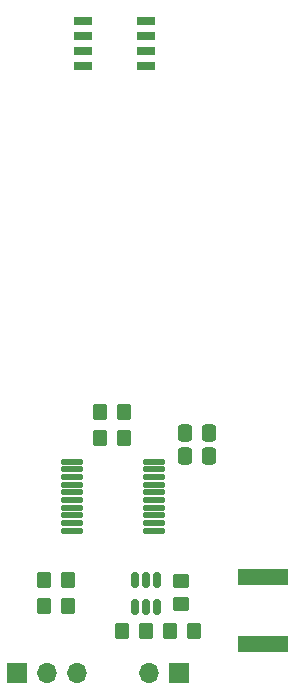
<source format=gbs>
G04 #@! TF.GenerationSoftware,KiCad,Pcbnew,6.0.10*
G04 #@! TF.CreationDate,2023-04-28T22:47:20-05:00*
G04 #@! TF.ProjectId,gas_sensor,6761735f-7365-46e7-936f-722e6b696361,rev?*
G04 #@! TF.SameCoordinates,Original*
G04 #@! TF.FileFunction,Soldermask,Bot*
G04 #@! TF.FilePolarity,Negative*
%FSLAX46Y46*%
G04 Gerber Fmt 4.6, Leading zero omitted, Abs format (unit mm)*
G04 Created by KiCad (PCBNEW 6.0.10) date 2023-04-28 22:47:20*
%MOMM*%
%LPD*%
G01*
G04 APERTURE LIST*
G04 Aperture macros list*
%AMRoundRect*
0 Rectangle with rounded corners*
0 $1 Rounding radius*
0 $2 $3 $4 $5 $6 $7 $8 $9 X,Y pos of 4 corners*
0 Add a 4 corners polygon primitive as box body*
4,1,4,$2,$3,$4,$5,$6,$7,$8,$9,$2,$3,0*
0 Add four circle primitives for the rounded corners*
1,1,$1+$1,$2,$3*
1,1,$1+$1,$4,$5*
1,1,$1+$1,$6,$7*
1,1,$1+$1,$8,$9*
0 Add four rect primitives between the rounded corners*
20,1,$1+$1,$2,$3,$4,$5,0*
20,1,$1+$1,$4,$5,$6,$7,0*
20,1,$1+$1,$6,$7,$8,$9,0*
20,1,$1+$1,$8,$9,$2,$3,0*%
G04 Aperture macros list end*
%ADD10R,4.200000X1.350000*%
%ADD11R,1.700000X1.700000*%
%ADD12O,1.700000X1.700000*%
%ADD13RoundRect,0.250000X0.337500X0.475000X-0.337500X0.475000X-0.337500X-0.475000X0.337500X-0.475000X0*%
%ADD14RoundRect,0.250000X0.350000X0.450000X-0.350000X0.450000X-0.350000X-0.450000X0.350000X-0.450000X0*%
%ADD15RoundRect,0.250000X-0.350000X-0.450000X0.350000X-0.450000X0.350000X0.450000X-0.350000X0.450000X0*%
%ADD16R,1.500000X0.650000*%
%ADD17RoundRect,0.150000X0.150000X-0.512500X0.150000X0.512500X-0.150000X0.512500X-0.150000X-0.512500X0*%
%ADD18RoundRect,0.250000X0.450000X-0.350000X0.450000X0.350000X-0.450000X0.350000X-0.450000X-0.350000X0*%
%ADD19RoundRect,0.125000X0.825000X0.125000X-0.825000X0.125000X-0.825000X-0.125000X0.825000X-0.125000X0*%
G04 APERTURE END LIST*
D10*
X139319000Y-84074000D03*
X139319000Y-89724000D03*
D11*
X118491000Y-92202000D03*
D12*
X121031000Y-92202000D03*
X123571000Y-92202000D03*
D11*
X132207000Y-92202000D03*
D12*
X129667000Y-92202000D03*
D13*
X134747000Y-71882000D03*
X132672000Y-71882000D03*
D14*
X133445000Y-88646000D03*
X131445000Y-88646000D03*
D15*
X125508000Y-70104000D03*
X127508000Y-70104000D03*
D16*
X124046000Y-40767000D03*
X124046000Y-39497000D03*
X124046000Y-38227000D03*
X124046000Y-36957000D03*
X129446000Y-36957000D03*
X129446000Y-38227000D03*
X129446000Y-39497000D03*
X129446000Y-40767000D03*
D14*
X127508000Y-72263000D03*
X125508000Y-72263000D03*
D17*
X130363000Y-86614000D03*
X129413000Y-86614000D03*
X128463000Y-86614000D03*
X128463000Y-84339000D03*
X129413000Y-84339000D03*
X130363000Y-84339000D03*
D15*
X120809000Y-86487000D03*
X122809000Y-86487000D03*
D14*
X122809000Y-84328000D03*
X120809000Y-84328000D03*
X129413000Y-88646000D03*
X127413000Y-88646000D03*
D18*
X132334000Y-86360000D03*
X132334000Y-84360000D03*
D13*
X134747000Y-73787000D03*
X132672000Y-73787000D03*
D19*
X130119000Y-74291000D03*
X130119000Y-74941000D03*
X130119000Y-75591000D03*
X130119000Y-76241000D03*
X130119000Y-76891000D03*
X130119000Y-77541000D03*
X130119000Y-78191000D03*
X130119000Y-78841000D03*
X130119000Y-79491000D03*
X130119000Y-80141000D03*
X123119000Y-80141000D03*
X123119000Y-79491000D03*
X123119000Y-78841000D03*
X123119000Y-78191000D03*
X123119000Y-77541000D03*
X123119000Y-76891000D03*
X123119000Y-76241000D03*
X123119000Y-75591000D03*
X123119000Y-74941000D03*
X123119000Y-74291000D03*
M02*

</source>
